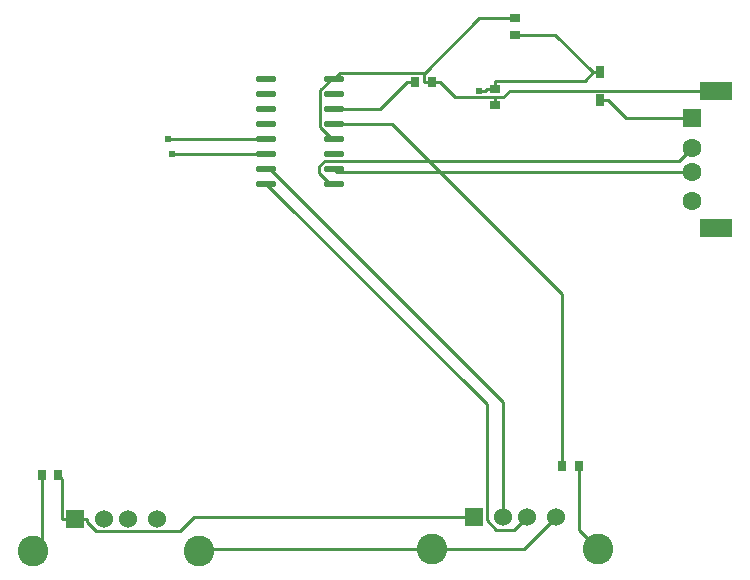
<source format=gtl>
G04 Layer: TopLayer*
G04 EasyEDA v6.5.44, 2024-08-15 16:09:49*
G04 6019c0ef6d974e658929918cbd89991a,14e18c81352b4cb09636949e9aeec340,10*
G04 Gerber Generator version 0.2*
G04 Scale: 100 percent, Rotated: No, Reflected: No *
G04 Dimensions in millimeters *
G04 leading zeros omitted , absolute positions ,4 integer and 5 decimal *
%FSLAX45Y45*%
%MOMM*%

%ADD10C,0.2540*%
%ADD11R,0.9000X0.8000*%
%ADD12R,0.8000X0.9000*%
%ADD13R,0.7500X1.0000*%
%ADD14O,1.7450054X0.5599938*%
%ADD15R,2.8000X1.6000*%
%ADD16R,1.6000X1.6000*%
%ADD17C,1.6000*%
%ADD18C,2.6000*%
%ADD19C,1.5240*%
%ADD20R,1.5240X1.5240*%
%ADD21C,0.6096*%

%LPD*%
D10*
X1090698Y3877716D02*
G01*
X1161897Y3948915D01*
X1161897Y4521200D01*
X4468901Y3890416D02*
G01*
X2503398Y3890416D01*
X2490698Y3877716D01*
X4396231Y7916570D02*
G01*
X4396231Y7848600D01*
X3640048Y7874000D02*
G01*
X3687749Y7921701D01*
X4391101Y7921701D01*
X4396231Y7916570D01*
X5168900Y8388502D02*
G01*
X4868163Y8388502D01*
X4396231Y7916570D01*
X4532172Y7848600D02*
G01*
X4664532Y7716240D01*
X4892268Y7716240D01*
X4895595Y7719568D01*
X5003800Y7719568D01*
X3640048Y7874000D02*
G01*
X3616197Y7874000D01*
X3521963Y7779765D01*
X3521963Y7464552D01*
X3620515Y7366000D01*
X3640048Y7366000D01*
X4464202Y7848600D02*
G01*
X4532172Y7848600D01*
X4430217Y7848600D02*
G01*
X4464202Y7848600D01*
X4430217Y7848600D02*
G01*
X4396231Y7848600D01*
X5518886Y4161409D02*
G01*
X5247893Y3890416D01*
X4468901Y3890416D01*
X5003800Y7651597D02*
G01*
X5003800Y7719568D01*
X6869099Y7768209D02*
G01*
X6701129Y7768209D01*
X6701129Y7768209D02*
G01*
X6697979Y7771358D01*
X5123561Y7771358D01*
X5071770Y7719568D01*
X5003800Y7719568D01*
X5868901Y3890416D02*
G01*
X5708802Y4050515D01*
X5708802Y4597400D01*
X5003800Y7791602D02*
G01*
X4930825Y7791602D01*
X4867986Y7774787D02*
G01*
X4914011Y7774787D01*
X4930825Y7791602D01*
X5003800Y7791602D02*
G01*
X5003800Y7859572D01*
X5003800Y7859572D02*
G01*
X5759145Y7859572D01*
X5827344Y7927771D01*
X5892800Y7927771D02*
G01*
X5827344Y7927771D01*
X5827344Y7927771D02*
G01*
X5506618Y8248497D01*
X5168900Y8248497D01*
X1440687Y4148709D02*
G01*
X1336522Y4148709D01*
X1336520Y4148709D02*
G01*
X1336520Y4486582D01*
X1301902Y4521200D01*
X1492783Y4148709D02*
G01*
X1440687Y4148709D01*
X1492783Y4148709D02*
G01*
X1544853Y4148709D01*
X4818888Y4161409D02*
G01*
X2449601Y4161409D01*
X2330678Y4042486D01*
X1625041Y4042486D01*
X1544853Y4122673D01*
X1544853Y4148709D01*
X4324197Y7848600D02*
G01*
X4256227Y7848600D01*
X3640048Y7620000D02*
G01*
X4027627Y7620000D01*
X4256227Y7848600D01*
X5892800Y7693253D02*
G01*
X5958255Y7693253D01*
X6669100Y7538212D02*
G01*
X6113297Y7538212D01*
X5958255Y7693253D01*
X3065551Y7366000D02*
G01*
X2234158Y7366000D01*
X2269870Y7239000D02*
G01*
X3065551Y7239000D01*
X5068900Y4161409D02*
G01*
X5068900Y5135727D01*
X3092627Y7112000D01*
X3065551Y7112000D01*
X5268899Y4161409D02*
G01*
X5163235Y4055745D01*
X5010531Y4055745D01*
X4929504Y4136770D01*
X4929504Y5121046D01*
X3065551Y6985000D01*
X6669100Y7088225D02*
G01*
X3663822Y7088225D01*
X3640048Y7112000D01*
X6669100Y7288225D02*
G01*
X6556375Y7175500D01*
X3557041Y7175500D01*
X3513531Y7131989D01*
X3513531Y7075652D01*
X3604183Y6985000D01*
X3640048Y6985000D01*
X3640048Y7493000D02*
G01*
X4127500Y7493000D01*
X5568797Y6051702D01*
X5568797Y4597400D01*
D11*
G01*
X5168900Y8388502D03*
G01*
X5168900Y8248497D03*
D12*
G01*
X1161897Y4521200D03*
G01*
X1301902Y4521200D03*
D11*
G01*
X5003800Y7651597D03*
G01*
X5003800Y7791602D03*
D12*
G01*
X4464202Y7848600D03*
G01*
X4324197Y7848600D03*
G01*
X5708802Y4597400D03*
G01*
X5568797Y4597400D03*
D13*
G01*
X5892800Y7693253D03*
G01*
X5892800Y7927746D03*
D14*
G01*
X3065551Y7874000D03*
G01*
X3065551Y7747000D03*
G01*
X3065551Y7620000D03*
G01*
X3065551Y7493000D03*
G01*
X3065551Y7366000D03*
G01*
X3065551Y7239000D03*
G01*
X3065551Y7112000D03*
G01*
X3065551Y6985000D03*
G01*
X3640048Y7874000D03*
G01*
X3640048Y7747000D03*
G01*
X3640048Y7620000D03*
G01*
X3640048Y7493000D03*
G01*
X3640048Y7366000D03*
G01*
X3640048Y7239000D03*
G01*
X3640048Y7112000D03*
G01*
X3640048Y6985000D03*
D15*
G01*
X6869099Y6608190D03*
G01*
X6869099Y7768209D03*
D16*
G01*
X6669100Y7538186D03*
D17*
G01*
X6669100Y7288199D03*
G01*
X6669100Y7088200D03*
G01*
X6669100Y6838187D03*
D18*
G01*
X1090701Y3877690D03*
G01*
X2490698Y3877690D03*
D19*
G01*
X2140686Y4148683D03*
G01*
X1890699Y4148683D03*
G01*
X1690700Y4148683D03*
D20*
G01*
X1440687Y4148683D03*
D18*
G01*
X4468901Y3890390D03*
G01*
X5868898Y3890390D03*
D19*
G01*
X5518886Y4161383D03*
G01*
X5268899Y4161383D03*
G01*
X5068900Y4161383D03*
D20*
G01*
X4818888Y4161383D03*
D21*
G01*
X4867986Y7774787D03*
G01*
X2234158Y7366000D03*
G01*
X2269870Y7239000D03*
M02*

</source>
